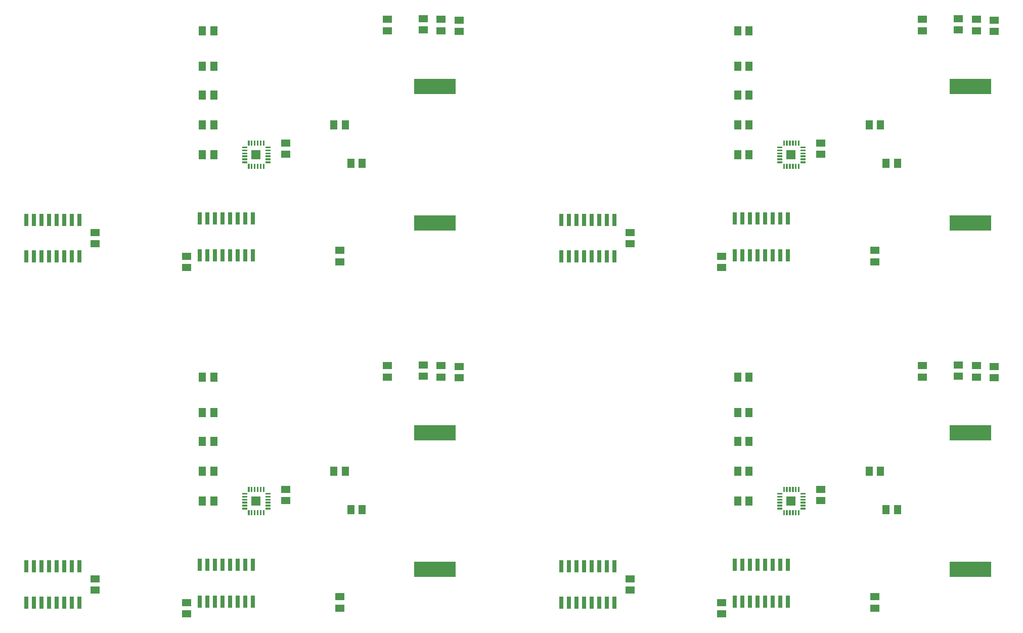
<source format=gbp>
%MOIN*%
%OFA0B0*%
%FSLAX34Y34*%
%IPPOS*%
%LPD*%
%AMOC8*
5,1,8,0,0,$1,22.5*%
%AMOC80*
5,1,8,0,0,$1,22.5*%
%AMOC81*
5,1,8,0,0,$1,22.5*%
%AMOC80*
5,1,8,0,0,$1,22.5*%
%AMOC81*
5,1,8,0,0,$1,22.5*%
%AMOC80*
5,1,8,0,0,$1,22.5*%
%ADD10R,0.064566929133858267X0.064566929133858267*%
%ADD11C,0.0025590551181102366*%
%ADD12R,0.051181102362204731X0.059055118110236227*%
%ADD13R,0.026000000000000002X0.08*%
%ADD14R,0.059055118110236227X0.051181102362204731*%
%ADD15R,0.27559055118110237X0.1*%
%ADD26R,0.064566929133858267X0.064566929133858267*%
%ADD27C,0.0025590551181102366*%
%ADD28R,0.051181102362204731X0.059055118110236227*%
%ADD29R,0.026000000000000002X0.08*%
%ADD30R,0.059055118110236227X0.051181102362204731*%
%ADD31R,0.27559055118110237X0.1*%
%ADD32R,0.064566929133858267X0.064566929133858267*%
%ADD33C,0.0025590551181102366*%
%ADD34R,0.051181102362204731X0.059055118110236227*%
%ADD35R,0.026000000000000002X0.08*%
%ADD36R,0.059055118110236227X0.051181102362204731*%
%ADD37R,0.27559055118110237X0.1*%
%ADD38R,0.064566929133858267X0.064566929133858267*%
%ADD39C,0.0025590551181102366*%
%ADD40R,0.051181102362204731X0.059055118110236227*%
%ADD41R,0.026000000000000002X0.08*%
%ADD42R,0.059055118110236227X0.051181102362204731*%
%ADD43R,0.27559055118110237X0.1*%
G75*
G01*
D10*
X0035275Y0003543D02*
X0051810Y0014173D03*
D11*
X0052341Y0013552D02*
X0052341Y0013258D01*
X0052264Y0013258D01*
X0052264Y0013552D01*
X0052341Y0013552D01*
X0052341Y0013283D02*
X0052264Y0013283D01*
X0052264Y0013307D02*
X0052341Y0013307D01*
X0052341Y0013331D02*
X0052264Y0013331D01*
X0052264Y0013356D02*
X0052341Y0013356D01*
X0052341Y0013380D02*
X0052264Y0013380D01*
X0052264Y0013404D02*
X0052341Y0013404D01*
X0052341Y0013428D02*
X0052264Y0013428D01*
X0052264Y0013453D02*
X0052341Y0013453D01*
X0052341Y0013477D02*
X0052264Y0013477D01*
X0052264Y0013501D02*
X0052341Y0013501D01*
X0052341Y0013526D02*
X0052264Y0013526D01*
X0052264Y0013550D02*
X0052341Y0013550D01*
X0052144Y0013552D02*
X0052144Y0013258D01*
X0052067Y0013258D01*
X0052067Y0013552D01*
X0052144Y0013552D01*
X0052144Y0013283D02*
X0052067Y0013283D01*
X0052067Y0013307D02*
X0052144Y0013307D01*
X0052144Y0013331D02*
X0052067Y0013331D01*
X0052067Y0013356D02*
X0052144Y0013356D01*
X0052144Y0013380D02*
X0052067Y0013380D01*
X0052067Y0013404D02*
X0052144Y0013404D01*
X0052144Y0013428D02*
X0052067Y0013428D01*
X0052067Y0013453D02*
X0052144Y0013453D01*
X0052144Y0013477D02*
X0052067Y0013477D01*
X0052067Y0013501D02*
X0052144Y0013501D01*
X0052144Y0013526D02*
X0052067Y0013526D01*
X0052067Y0013550D02*
X0052144Y0013550D01*
X0051947Y0013552D02*
X0051947Y0013258D01*
X0051871Y0013258D01*
X0051871Y0013552D01*
X0051947Y0013552D01*
X0051947Y0013283D02*
X0051871Y0013283D01*
X0051871Y0013307D02*
X0051947Y0013307D01*
X0051947Y0013331D02*
X0051871Y0013331D01*
X0051871Y0013356D02*
X0051947Y0013356D01*
X0051947Y0013380D02*
X0051871Y0013380D01*
X0051871Y0013404D02*
X0051947Y0013404D01*
X0051947Y0013428D02*
X0051871Y0013428D01*
X0051871Y0013453D02*
X0051947Y0013453D01*
X0051947Y0013477D02*
X0051871Y0013477D01*
X0051871Y0013501D02*
X0051947Y0013501D01*
X0051947Y0013526D02*
X0051871Y0013526D01*
X0051871Y0013550D02*
X0051947Y0013550D01*
X0051750Y0013552D02*
X0051750Y0013258D01*
X0051674Y0013258D01*
X0051674Y0013552D01*
X0051750Y0013552D01*
X0051750Y0013283D02*
X0051674Y0013283D01*
X0051674Y0013307D02*
X0051750Y0013307D01*
X0051750Y0013331D02*
X0051674Y0013331D01*
X0051674Y0013356D02*
X0051750Y0013356D01*
X0051750Y0013380D02*
X0051674Y0013380D01*
X0051674Y0013404D02*
X0051750Y0013404D01*
X0051750Y0013428D02*
X0051674Y0013428D01*
X0051674Y0013453D02*
X0051750Y0013453D01*
X0051750Y0013477D02*
X0051674Y0013477D01*
X0051674Y0013501D02*
X0051750Y0013501D01*
X0051750Y0013526D02*
X0051674Y0013526D01*
X0051674Y0013550D02*
X0051750Y0013550D01*
X0051554Y0013552D02*
X0051554Y0013258D01*
X0051477Y0013258D01*
X0051477Y0013552D01*
X0051554Y0013552D01*
X0051554Y0013283D02*
X0051477Y0013283D01*
X0051477Y0013307D02*
X0051554Y0013307D01*
X0051554Y0013331D02*
X0051477Y0013331D01*
X0051477Y0013356D02*
X0051554Y0013356D01*
X0051554Y0013380D02*
X0051477Y0013380D01*
X0051477Y0013404D02*
X0051554Y0013404D01*
X0051554Y0013428D02*
X0051477Y0013428D01*
X0051477Y0013453D02*
X0051554Y0013453D01*
X0051554Y0013477D02*
X0051477Y0013477D01*
X0051477Y0013501D02*
X0051554Y0013501D01*
X0051554Y0013526D02*
X0051477Y0013526D01*
X0051477Y0013550D02*
X0051554Y0013550D01*
X0051357Y0013552D02*
X0051357Y0013258D01*
X0051280Y0013258D01*
X0051280Y0013552D01*
X0051357Y0013552D01*
X0051357Y0013283D02*
X0051280Y0013283D01*
X0051280Y0013307D02*
X0051357Y0013307D01*
X0051357Y0013331D02*
X0051280Y0013331D01*
X0051280Y0013356D02*
X0051357Y0013356D01*
X0051357Y0013380D02*
X0051280Y0013380D01*
X0051280Y0013404D02*
X0051357Y0013404D01*
X0051357Y0013428D02*
X0051280Y0013428D01*
X0051280Y0013453D02*
X0051357Y0013453D01*
X0051357Y0013477D02*
X0051280Y0013477D01*
X0051280Y0013501D02*
X0051357Y0013501D01*
X0051357Y0013526D02*
X0051280Y0013526D01*
X0051280Y0013550D02*
X0051357Y0013550D01*
X0051357Y0014794D02*
X0051357Y0015087D01*
X0051357Y0014794D02*
X0051280Y0014794D01*
X0051280Y0015087D01*
X0051357Y0015087D01*
X0051357Y0014818D02*
X0051280Y0014818D01*
X0051280Y0014842D02*
X0051357Y0014842D01*
X0051357Y0014867D02*
X0051280Y0014867D01*
X0051280Y0014891D02*
X0051357Y0014891D01*
X0051357Y0014915D02*
X0051280Y0014915D01*
X0051280Y0014940D02*
X0051357Y0014940D01*
X0051357Y0014964D02*
X0051280Y0014964D01*
X0051280Y0014988D02*
X0051357Y0014988D01*
X0051357Y0015012D02*
X0051280Y0015012D01*
X0051280Y0015037D02*
X0051357Y0015037D01*
X0051357Y0015061D02*
X0051280Y0015061D01*
X0051280Y0015085D02*
X0051357Y0015085D01*
X0051554Y0015087D02*
X0051554Y0014794D01*
X0051477Y0014794D01*
X0051477Y0015087D01*
X0051554Y0015087D01*
X0051554Y0014818D02*
X0051477Y0014818D01*
X0051477Y0014842D02*
X0051554Y0014842D01*
X0051554Y0014867D02*
X0051477Y0014867D01*
X0051477Y0014891D02*
X0051554Y0014891D01*
X0051554Y0014915D02*
X0051477Y0014915D01*
X0051477Y0014940D02*
X0051554Y0014940D01*
X0051554Y0014964D02*
X0051477Y0014964D01*
X0051477Y0014988D02*
X0051554Y0014988D01*
X0051554Y0015012D02*
X0051477Y0015012D01*
X0051477Y0015037D02*
X0051554Y0015037D01*
X0051554Y0015061D02*
X0051477Y0015061D01*
X0051477Y0015085D02*
X0051554Y0015085D01*
X0051750Y0015087D02*
X0051750Y0014794D01*
X0051674Y0014794D01*
X0051674Y0015087D01*
X0051750Y0015087D01*
X0051750Y0014818D02*
X0051674Y0014818D01*
X0051674Y0014842D02*
X0051750Y0014842D01*
X0051750Y0014867D02*
X0051674Y0014867D01*
X0051674Y0014891D02*
X0051750Y0014891D01*
X0051750Y0014915D02*
X0051674Y0014915D01*
X0051674Y0014940D02*
X0051750Y0014940D01*
X0051750Y0014964D02*
X0051674Y0014964D01*
X0051674Y0014988D02*
X0051750Y0014988D01*
X0051750Y0015012D02*
X0051674Y0015012D01*
X0051674Y0015037D02*
X0051750Y0015037D01*
X0051750Y0015061D02*
X0051674Y0015061D01*
X0051674Y0015085D02*
X0051750Y0015085D01*
X0051947Y0015087D02*
X0051947Y0014794D01*
X0051871Y0014794D01*
X0051871Y0015087D01*
X0051947Y0015087D01*
X0051947Y0014818D02*
X0051871Y0014818D01*
X0051871Y0014842D02*
X0051947Y0014842D01*
X0051947Y0014867D02*
X0051871Y0014867D01*
X0051871Y0014891D02*
X0051947Y0014891D01*
X0051947Y0014915D02*
X0051871Y0014915D01*
X0051871Y0014940D02*
X0051947Y0014940D01*
X0051947Y0014964D02*
X0051871Y0014964D01*
X0051871Y0014988D02*
X0051947Y0014988D01*
X0051947Y0015012D02*
X0051871Y0015012D01*
X0051871Y0015037D02*
X0051947Y0015037D01*
X0051947Y0015061D02*
X0051871Y0015061D01*
X0051871Y0015085D02*
X0051947Y0015085D01*
X0052144Y0015087D02*
X0052144Y0014794D01*
X0052067Y0014794D01*
X0052067Y0015087D01*
X0052144Y0015087D01*
X0052144Y0014818D02*
X0052067Y0014818D01*
X0052067Y0014842D02*
X0052144Y0014842D01*
X0052144Y0014867D02*
X0052067Y0014867D01*
X0052067Y0014891D02*
X0052144Y0014891D01*
X0052144Y0014915D02*
X0052067Y0014915D01*
X0052067Y0014940D02*
X0052144Y0014940D01*
X0052144Y0014964D02*
X0052067Y0014964D01*
X0052067Y0014988D02*
X0052144Y0014988D01*
X0052144Y0015012D02*
X0052067Y0015012D01*
X0052067Y0015037D02*
X0052144Y0015037D01*
X0052144Y0015061D02*
X0052067Y0015061D01*
X0052067Y0015085D02*
X0052144Y0015085D01*
X0052341Y0015087D02*
X0052341Y0014794D01*
X0052264Y0014794D01*
X0052264Y0015087D01*
X0052341Y0015087D01*
X0052341Y0014818D02*
X0052264Y0014818D01*
X0052264Y0014842D02*
X0052341Y0014842D01*
X0052341Y0014867D02*
X0052264Y0014867D01*
X0052264Y0014891D02*
X0052341Y0014891D01*
X0052341Y0014915D02*
X0052264Y0014915D01*
X0052264Y0014940D02*
X0052341Y0014940D01*
X0052341Y0014964D02*
X0052264Y0014964D01*
X0052264Y0014988D02*
X0052341Y0014988D01*
X0052341Y0015012D02*
X0052264Y0015012D01*
X0052264Y0015037D02*
X0052341Y0015037D01*
X0052341Y0015061D02*
X0052264Y0015061D01*
X0052264Y0015085D02*
X0052341Y0015085D01*
X0052432Y0014703D02*
X0052725Y0014703D01*
X0052725Y0014626D01*
X0052432Y0014626D01*
X0052432Y0014703D01*
X0052432Y0014651D02*
X0052725Y0014651D01*
X0052725Y0014675D02*
X0052432Y0014675D01*
X0052432Y0014699D02*
X0052725Y0014699D01*
X0052725Y0014506D02*
X0052432Y0014506D01*
X0052725Y0014506D02*
X0052725Y0014430D01*
X0052432Y0014430D01*
X0052432Y0014506D01*
X0052432Y0014454D02*
X0052725Y0014454D01*
X0052725Y0014478D02*
X0052432Y0014478D01*
X0052432Y0014502D02*
X0052725Y0014502D01*
X0052725Y0014310D02*
X0052432Y0014310D01*
X0052725Y0014310D02*
X0052725Y0014233D01*
X0052432Y0014233D01*
X0052432Y0014310D01*
X0052432Y0014257D02*
X0052725Y0014257D01*
X0052725Y0014281D02*
X0052432Y0014281D01*
X0052432Y0014306D02*
X0052725Y0014306D01*
X0052725Y0014113D02*
X0052432Y0014113D01*
X0052725Y0014113D02*
X0052725Y0014036D01*
X0052432Y0014036D01*
X0052432Y0014113D01*
X0052432Y0014060D02*
X0052725Y0014060D01*
X0052725Y0014085D02*
X0052432Y0014085D01*
X0052432Y0014109D02*
X0052725Y0014109D01*
X0052725Y0013916D02*
X0052432Y0013916D01*
X0052725Y0013916D02*
X0052725Y0013839D01*
X0052432Y0013839D01*
X0052432Y0013916D01*
X0052432Y0013863D02*
X0052725Y0013863D01*
X0052725Y0013888D02*
X0052432Y0013888D01*
X0052432Y0013912D02*
X0052725Y0013912D01*
X0052725Y0013719D02*
X0052432Y0013719D01*
X0052725Y0013719D02*
X0052725Y0013642D01*
X0052432Y0013642D01*
X0052432Y0013719D01*
X0052432Y0013667D02*
X0052725Y0013667D01*
X0052725Y0013691D02*
X0052432Y0013691D01*
X0052432Y0013715D02*
X0052725Y0013715D01*
X0051189Y0013719D02*
X0050896Y0013719D01*
X0051189Y0013719D02*
X0051189Y0013642D01*
X0050896Y0013642D01*
X0050896Y0013719D01*
X0050896Y0013667D02*
X0051189Y0013667D01*
X0051189Y0013691D02*
X0050896Y0013691D01*
X0050896Y0013715D02*
X0051189Y0013715D01*
X0051189Y0013916D02*
X0050896Y0013916D01*
X0051189Y0013916D02*
X0051189Y0013839D01*
X0050896Y0013839D01*
X0050896Y0013916D01*
X0050896Y0013863D02*
X0051189Y0013863D01*
X0051189Y0013888D02*
X0050896Y0013888D01*
X0050896Y0013912D02*
X0051189Y0013912D01*
X0051189Y0014113D02*
X0050896Y0014113D01*
X0051189Y0014113D02*
X0051189Y0014036D01*
X0050896Y0014036D01*
X0050896Y0014113D01*
X0050896Y0014060D02*
X0051189Y0014060D01*
X0051189Y0014085D02*
X0050896Y0014085D01*
X0050896Y0014109D02*
X0051189Y0014109D01*
X0051189Y0014310D02*
X0050896Y0014310D01*
X0051189Y0014310D02*
X0051189Y0014233D01*
X0050896Y0014233D01*
X0050896Y0014310D01*
X0050896Y0014257D02*
X0051189Y0014257D01*
X0051189Y0014281D02*
X0050896Y0014281D01*
X0050896Y0014306D02*
X0051189Y0014306D01*
X0051189Y0014506D02*
X0050896Y0014506D01*
X0051189Y0014506D02*
X0051189Y0014430D01*
X0050896Y0014430D01*
X0050896Y0014506D01*
X0050896Y0014454D02*
X0051189Y0014454D01*
X0051189Y0014478D02*
X0050896Y0014478D01*
X0050896Y0014502D02*
X0051189Y0014502D01*
X0051189Y0014703D02*
X0050896Y0014703D01*
X0051189Y0014703D02*
X0051189Y0014626D01*
X0050896Y0014626D01*
X0050896Y0014703D01*
X0050896Y0014651D02*
X0051189Y0014651D01*
X0051189Y0014675D02*
X0050896Y0014675D01*
X0050896Y0014699D02*
X0051189Y0014699D01*
D12*
X0049035Y0022342D03*
X0048287Y0022342D03*
X0049035Y0019980D03*
X0048287Y0019980D03*
X0049035Y0018110D03*
X0048287Y0018110D03*
X0049035Y0016141D03*
X0048287Y0016141D03*
X0049035Y0014173D03*
X0048287Y0014173D03*
D13*
X0048092Y0009950D03*
X0048092Y0007530D03*
X0048592Y0009950D03*
X0049092Y0009950D03*
X0048592Y0007530D03*
X0049092Y0007530D03*
X0049592Y0009950D03*
X0049592Y0007530D03*
X0050092Y0009950D03*
X0050092Y0007530D03*
X0050592Y0009950D03*
X0051092Y0009950D03*
X0050592Y0007530D03*
X0051092Y0007530D03*
X0051592Y0009950D03*
X0051592Y0007530D03*
X0036675Y0009871D03*
X0036675Y0007451D03*
X0037175Y0009871D03*
X0037675Y0009871D03*
X0037175Y0007451D03*
X0037675Y0007451D03*
X0038175Y0009871D03*
X0038175Y0007451D03*
X0038675Y0009871D03*
X0038675Y0007451D03*
X0039175Y0009871D03*
X0039675Y0009871D03*
X0039175Y0007451D03*
X0039675Y0007451D03*
X0040175Y0009871D03*
X0040175Y0007451D03*
D12*
X0057696Y0016141D03*
X0056948Y0016141D03*
X0058065Y0013609D03*
X0058813Y0013609D03*
D14*
X0057322Y0007106D03*
X0057322Y0007854D03*
X0060472Y0022342D03*
X0060472Y0023090D03*
D15*
X0063622Y0018673D03*
X0063622Y0009673D03*
D14*
X0064015Y0022342D03*
X0064015Y0023090D03*
X0062834Y0022381D03*
X0062834Y0023129D03*
X0065208Y0022289D03*
X0065208Y0023037D03*
X0041206Y0008284D03*
X0041206Y0009032D03*
X0047244Y0007460D03*
X0047244Y0006712D03*
X0053779Y0014192D03*
X0053779Y0014940D03*
G04 next file*
G04 EAGLE Gerber RS-274X export*
G75*
G01*
G04 Define Apertures*
D26*
X0000000Y0003543D02*
X0016535Y0014173D03*
D27*
X0017065Y0013552D02*
X0017065Y0013258D01*
X0016989Y0013258D01*
X0016989Y0013552D01*
X0017065Y0013552D01*
X0017065Y0013283D02*
X0016989Y0013283D01*
X0016989Y0013307D02*
X0017065Y0013307D01*
X0017065Y0013331D02*
X0016989Y0013331D01*
X0016989Y0013356D02*
X0017065Y0013356D01*
X0017065Y0013380D02*
X0016989Y0013380D01*
X0016989Y0013404D02*
X0017065Y0013404D01*
X0017065Y0013428D02*
X0016989Y0013428D01*
X0016989Y0013453D02*
X0017065Y0013453D01*
X0017065Y0013477D02*
X0016989Y0013477D01*
X0016989Y0013501D02*
X0017065Y0013501D01*
X0017065Y0013526D02*
X0016989Y0013526D01*
X0016989Y0013550D02*
X0017065Y0013550D01*
X0016869Y0013552D02*
X0016869Y0013258D01*
X0016792Y0013258D01*
X0016792Y0013552D01*
X0016869Y0013552D01*
X0016869Y0013283D02*
X0016792Y0013283D01*
X0016792Y0013307D02*
X0016869Y0013307D01*
X0016869Y0013331D02*
X0016792Y0013331D01*
X0016792Y0013356D02*
X0016869Y0013356D01*
X0016869Y0013380D02*
X0016792Y0013380D01*
X0016792Y0013404D02*
X0016869Y0013404D01*
X0016869Y0013428D02*
X0016792Y0013428D01*
X0016792Y0013453D02*
X0016869Y0013453D01*
X0016869Y0013477D02*
X0016792Y0013477D01*
X0016792Y0013501D02*
X0016869Y0013501D01*
X0016869Y0013526D02*
X0016792Y0013526D01*
X0016792Y0013550D02*
X0016869Y0013550D01*
X0016672Y0013552D02*
X0016672Y0013258D01*
X0016595Y0013258D01*
X0016595Y0013552D01*
X0016672Y0013552D01*
X0016672Y0013283D02*
X0016595Y0013283D01*
X0016595Y0013307D02*
X0016672Y0013307D01*
X0016672Y0013331D02*
X0016595Y0013331D01*
X0016595Y0013356D02*
X0016672Y0013356D01*
X0016672Y0013380D02*
X0016595Y0013380D01*
X0016595Y0013404D02*
X0016672Y0013404D01*
X0016672Y0013428D02*
X0016595Y0013428D01*
X0016595Y0013453D02*
X0016672Y0013453D01*
X0016672Y0013477D02*
X0016595Y0013477D01*
X0016595Y0013501D02*
X0016672Y0013501D01*
X0016672Y0013526D02*
X0016595Y0013526D01*
X0016595Y0013550D02*
X0016672Y0013550D01*
X0016475Y0013552D02*
X0016475Y0013258D01*
X0016398Y0013258D01*
X0016398Y0013552D01*
X0016475Y0013552D01*
X0016475Y0013283D02*
X0016398Y0013283D01*
X0016398Y0013307D02*
X0016475Y0013307D01*
X0016475Y0013331D02*
X0016398Y0013331D01*
X0016398Y0013356D02*
X0016475Y0013356D01*
X0016475Y0013380D02*
X0016398Y0013380D01*
X0016398Y0013404D02*
X0016475Y0013404D01*
X0016475Y0013428D02*
X0016398Y0013428D01*
X0016398Y0013453D02*
X0016475Y0013453D01*
X0016475Y0013477D02*
X0016398Y0013477D01*
X0016398Y0013501D02*
X0016475Y0013501D01*
X0016475Y0013526D02*
X0016398Y0013526D01*
X0016398Y0013550D02*
X0016475Y0013550D01*
X0016278Y0013552D02*
X0016278Y0013258D01*
X0016201Y0013258D01*
X0016201Y0013552D01*
X0016278Y0013552D01*
X0016278Y0013283D02*
X0016201Y0013283D01*
X0016201Y0013307D02*
X0016278Y0013307D01*
X0016278Y0013331D02*
X0016201Y0013331D01*
X0016201Y0013356D02*
X0016278Y0013356D01*
X0016278Y0013380D02*
X0016201Y0013380D01*
X0016201Y0013404D02*
X0016278Y0013404D01*
X0016278Y0013428D02*
X0016201Y0013428D01*
X0016201Y0013453D02*
X0016278Y0013453D01*
X0016278Y0013477D02*
X0016201Y0013477D01*
X0016201Y0013501D02*
X0016278Y0013501D01*
X0016278Y0013526D02*
X0016201Y0013526D01*
X0016201Y0013550D02*
X0016278Y0013550D01*
X0016081Y0013552D02*
X0016081Y0013258D01*
X0016004Y0013258D01*
X0016004Y0013552D01*
X0016081Y0013552D01*
X0016081Y0013283D02*
X0016004Y0013283D01*
X0016004Y0013307D02*
X0016081Y0013307D01*
X0016081Y0013331D02*
X0016004Y0013331D01*
X0016004Y0013356D02*
X0016081Y0013356D01*
X0016081Y0013380D02*
X0016004Y0013380D01*
X0016004Y0013404D02*
X0016081Y0013404D01*
X0016081Y0013428D02*
X0016004Y0013428D01*
X0016004Y0013453D02*
X0016081Y0013453D01*
X0016081Y0013477D02*
X0016004Y0013477D01*
X0016004Y0013501D02*
X0016081Y0013501D01*
X0016081Y0013526D02*
X0016004Y0013526D01*
X0016004Y0013550D02*
X0016081Y0013550D01*
X0016081Y0014794D02*
X0016081Y0015087D01*
X0016081Y0014794D02*
X0016004Y0014794D01*
X0016004Y0015087D01*
X0016081Y0015087D01*
X0016081Y0014818D02*
X0016004Y0014818D01*
X0016004Y0014842D02*
X0016081Y0014842D01*
X0016081Y0014867D02*
X0016004Y0014867D01*
X0016004Y0014891D02*
X0016081Y0014891D01*
X0016081Y0014915D02*
X0016004Y0014915D01*
X0016004Y0014940D02*
X0016081Y0014940D01*
X0016081Y0014964D02*
X0016004Y0014964D01*
X0016004Y0014988D02*
X0016081Y0014988D01*
X0016081Y0015012D02*
X0016004Y0015012D01*
X0016004Y0015037D02*
X0016081Y0015037D01*
X0016081Y0015061D02*
X0016004Y0015061D01*
X0016004Y0015085D02*
X0016081Y0015085D01*
X0016278Y0015087D02*
X0016278Y0014794D01*
X0016201Y0014794D01*
X0016201Y0015087D01*
X0016278Y0015087D01*
X0016278Y0014818D02*
X0016201Y0014818D01*
X0016201Y0014842D02*
X0016278Y0014842D01*
X0016278Y0014867D02*
X0016201Y0014867D01*
X0016201Y0014891D02*
X0016278Y0014891D01*
X0016278Y0014915D02*
X0016201Y0014915D01*
X0016201Y0014940D02*
X0016278Y0014940D01*
X0016278Y0014964D02*
X0016201Y0014964D01*
X0016201Y0014988D02*
X0016278Y0014988D01*
X0016278Y0015012D02*
X0016201Y0015012D01*
X0016201Y0015037D02*
X0016278Y0015037D01*
X0016278Y0015061D02*
X0016201Y0015061D01*
X0016201Y0015085D02*
X0016278Y0015085D01*
X0016475Y0015087D02*
X0016475Y0014794D01*
X0016398Y0014794D01*
X0016398Y0015087D01*
X0016475Y0015087D01*
X0016475Y0014818D02*
X0016398Y0014818D01*
X0016398Y0014842D02*
X0016475Y0014842D01*
X0016475Y0014867D02*
X0016398Y0014867D01*
X0016398Y0014891D02*
X0016475Y0014891D01*
X0016475Y0014915D02*
X0016398Y0014915D01*
X0016398Y0014940D02*
X0016475Y0014940D01*
X0016475Y0014964D02*
X0016398Y0014964D01*
X0016398Y0014988D02*
X0016475Y0014988D01*
X0016475Y0015012D02*
X0016398Y0015012D01*
X0016398Y0015037D02*
X0016475Y0015037D01*
X0016475Y0015061D02*
X0016398Y0015061D01*
X0016398Y0015085D02*
X0016475Y0015085D01*
X0016672Y0015087D02*
X0016672Y0014794D01*
X0016595Y0014794D01*
X0016595Y0015087D01*
X0016672Y0015087D01*
X0016672Y0014818D02*
X0016595Y0014818D01*
X0016595Y0014842D02*
X0016672Y0014842D01*
X0016672Y0014867D02*
X0016595Y0014867D01*
X0016595Y0014891D02*
X0016672Y0014891D01*
X0016672Y0014915D02*
X0016595Y0014915D01*
X0016595Y0014940D02*
X0016672Y0014940D01*
X0016672Y0014964D02*
X0016595Y0014964D01*
X0016595Y0014988D02*
X0016672Y0014988D01*
X0016672Y0015012D02*
X0016595Y0015012D01*
X0016595Y0015037D02*
X0016672Y0015037D01*
X0016672Y0015061D02*
X0016595Y0015061D01*
X0016595Y0015085D02*
X0016672Y0015085D01*
X0016869Y0015087D02*
X0016869Y0014794D01*
X0016792Y0014794D01*
X0016792Y0015087D01*
X0016869Y0015087D01*
X0016869Y0014818D02*
X0016792Y0014818D01*
X0016792Y0014842D02*
X0016869Y0014842D01*
X0016869Y0014867D02*
X0016792Y0014867D01*
X0016792Y0014891D02*
X0016869Y0014891D01*
X0016869Y0014915D02*
X0016792Y0014915D01*
X0016792Y0014940D02*
X0016869Y0014940D01*
X0016869Y0014964D02*
X0016792Y0014964D01*
X0016792Y0014988D02*
X0016869Y0014988D01*
X0016869Y0015012D02*
X0016792Y0015012D01*
X0016792Y0015037D02*
X0016869Y0015037D01*
X0016869Y0015061D02*
X0016792Y0015061D01*
X0016792Y0015085D02*
X0016869Y0015085D01*
X0017065Y0015087D02*
X0017065Y0014794D01*
X0016989Y0014794D01*
X0016989Y0015087D01*
X0017065Y0015087D01*
X0017065Y0014818D02*
X0016989Y0014818D01*
X0016989Y0014842D02*
X0017065Y0014842D01*
X0017065Y0014867D02*
X0016989Y0014867D01*
X0016989Y0014891D02*
X0017065Y0014891D01*
X0017065Y0014915D02*
X0016989Y0014915D01*
X0016989Y0014940D02*
X0017065Y0014940D01*
X0017065Y0014964D02*
X0016989Y0014964D01*
X0016989Y0014988D02*
X0017065Y0014988D01*
X0017065Y0015012D02*
X0016989Y0015012D01*
X0016989Y0015037D02*
X0017065Y0015037D01*
X0017065Y0015061D02*
X0016989Y0015061D01*
X0016989Y0015085D02*
X0017065Y0015085D01*
X0017156Y0014703D02*
X0017449Y0014703D01*
X0017449Y0014626D01*
X0017156Y0014626D01*
X0017156Y0014703D01*
X0017156Y0014651D02*
X0017449Y0014651D01*
X0017449Y0014675D02*
X0017156Y0014675D01*
X0017156Y0014699D02*
X0017449Y0014699D01*
X0017449Y0014506D02*
X0017156Y0014506D01*
X0017449Y0014506D02*
X0017449Y0014430D01*
X0017156Y0014430D01*
X0017156Y0014506D01*
X0017156Y0014454D02*
X0017449Y0014454D01*
X0017449Y0014478D02*
X0017156Y0014478D01*
X0017156Y0014502D02*
X0017449Y0014502D01*
X0017449Y0014310D02*
X0017156Y0014310D01*
X0017449Y0014310D02*
X0017449Y0014233D01*
X0017156Y0014233D01*
X0017156Y0014310D01*
X0017156Y0014257D02*
X0017449Y0014257D01*
X0017449Y0014281D02*
X0017156Y0014281D01*
X0017156Y0014306D02*
X0017449Y0014306D01*
X0017449Y0014113D02*
X0017156Y0014113D01*
X0017449Y0014113D02*
X0017449Y0014036D01*
X0017156Y0014036D01*
X0017156Y0014113D01*
X0017156Y0014060D02*
X0017449Y0014060D01*
X0017449Y0014085D02*
X0017156Y0014085D01*
X0017156Y0014109D02*
X0017449Y0014109D01*
X0017449Y0013916D02*
X0017156Y0013916D01*
X0017449Y0013916D02*
X0017449Y0013839D01*
X0017156Y0013839D01*
X0017156Y0013916D01*
X0017156Y0013863D02*
X0017449Y0013863D01*
X0017449Y0013888D02*
X0017156Y0013888D01*
X0017156Y0013912D02*
X0017449Y0013912D01*
X0017449Y0013719D02*
X0017156Y0013719D01*
X0017449Y0013719D02*
X0017449Y0013642D01*
X0017156Y0013642D01*
X0017156Y0013719D01*
X0017156Y0013667D02*
X0017449Y0013667D01*
X0017449Y0013691D02*
X0017156Y0013691D01*
X0017156Y0013715D02*
X0017449Y0013715D01*
X0015914Y0013719D02*
X0015621Y0013719D01*
X0015914Y0013719D02*
X0015914Y0013642D01*
X0015621Y0013642D01*
X0015621Y0013719D01*
X0015621Y0013667D02*
X0015914Y0013667D01*
X0015914Y0013691D02*
X0015621Y0013691D01*
X0015621Y0013715D02*
X0015914Y0013715D01*
X0015914Y0013916D02*
X0015621Y0013916D01*
X0015914Y0013916D02*
X0015914Y0013839D01*
X0015621Y0013839D01*
X0015621Y0013916D01*
X0015621Y0013863D02*
X0015914Y0013863D01*
X0015914Y0013888D02*
X0015621Y0013888D01*
X0015621Y0013912D02*
X0015914Y0013912D01*
X0015914Y0014113D02*
X0015621Y0014113D01*
X0015914Y0014113D02*
X0015914Y0014036D01*
X0015621Y0014036D01*
X0015621Y0014113D01*
X0015621Y0014060D02*
X0015914Y0014060D01*
X0015914Y0014085D02*
X0015621Y0014085D01*
X0015621Y0014109D02*
X0015914Y0014109D01*
X0015914Y0014310D02*
X0015621Y0014310D01*
X0015914Y0014310D02*
X0015914Y0014233D01*
X0015621Y0014233D01*
X0015621Y0014310D01*
X0015621Y0014257D02*
X0015914Y0014257D01*
X0015914Y0014281D02*
X0015621Y0014281D01*
X0015621Y0014306D02*
X0015914Y0014306D01*
X0015914Y0014506D02*
X0015621Y0014506D01*
X0015914Y0014506D02*
X0015914Y0014430D01*
X0015621Y0014430D01*
X0015621Y0014506D01*
X0015621Y0014454D02*
X0015914Y0014454D01*
X0015914Y0014478D02*
X0015621Y0014478D01*
X0015621Y0014502D02*
X0015914Y0014502D01*
X0015914Y0014703D02*
X0015621Y0014703D01*
X0015914Y0014703D02*
X0015914Y0014626D01*
X0015621Y0014626D01*
X0015621Y0014703D01*
X0015621Y0014651D02*
X0015914Y0014651D01*
X0015914Y0014675D02*
X0015621Y0014675D01*
X0015621Y0014699D02*
X0015914Y0014699D01*
D28*
X0013759Y0022342D03*
X0013011Y0022342D03*
X0013759Y0019980D03*
X0013011Y0019980D03*
X0013759Y0018110D03*
X0013011Y0018110D03*
X0013759Y0016141D03*
X0013011Y0016141D03*
X0013759Y0014173D03*
X0013011Y0014173D03*
D29*
X0012816Y0009950D03*
X0012816Y0007530D03*
X0013316Y0009950D03*
X0013816Y0009950D03*
X0013316Y0007530D03*
X0013816Y0007530D03*
X0014316Y0009950D03*
X0014316Y0007530D03*
X0014816Y0009950D03*
X0014816Y0007530D03*
X0015316Y0009950D03*
X0015816Y0009950D03*
X0015316Y0007530D03*
X0015816Y0007530D03*
X0016316Y0009950D03*
X0016316Y0007530D03*
X0001399Y0009871D03*
X0001399Y0007451D03*
X0001899Y0009871D03*
X0002399Y0009871D03*
X0001899Y0007451D03*
X0002399Y0007451D03*
X0002899Y0009871D03*
X0002899Y0007451D03*
X0003399Y0009871D03*
X0003399Y0007451D03*
X0003899Y0009871D03*
X0004399Y0009871D03*
X0003899Y0007451D03*
X0004399Y0007451D03*
X0004899Y0009871D03*
X0004899Y0007451D03*
D28*
X0022421Y0016141D03*
X0021673Y0016141D03*
X0022789Y0013609D03*
X0023537Y0013609D03*
D30*
X0022047Y0007106D03*
X0022047Y0007854D03*
X0025196Y0022342D03*
X0025196Y0023090D03*
D31*
X0028346Y0018673D03*
X0028346Y0009673D03*
D30*
X0028740Y0022342D03*
X0028740Y0023090D03*
X0027559Y0022381D03*
X0027559Y0023129D03*
X0029932Y0022289D03*
X0029932Y0023037D03*
X0005930Y0008284D03*
X0005930Y0009032D03*
X0011968Y0007460D03*
X0011968Y0006712D03*
X0018503Y0014192D03*
X0018503Y0014940D03*
G04 next file*
G04 EAGLE Gerber RS-274X export*
G75*
G01*
G04 Define Apertures*
D32*
X0000000Y0026377D02*
X0016535Y0037007D03*
D33*
X0017065Y0036386D02*
X0017065Y0036093D01*
X0016989Y0036093D01*
X0016989Y0036386D01*
X0017065Y0036386D01*
X0017065Y0036117D02*
X0016989Y0036117D01*
X0016989Y0036142D02*
X0017065Y0036142D01*
X0017065Y0036166D02*
X0016989Y0036166D01*
X0016989Y0036190D02*
X0017065Y0036190D01*
X0017065Y0036214D02*
X0016989Y0036214D01*
X0016989Y0036239D02*
X0017065Y0036239D01*
X0017065Y0036263D02*
X0016989Y0036263D01*
X0016989Y0036287D02*
X0017065Y0036287D01*
X0017065Y0036312D02*
X0016989Y0036312D01*
X0016989Y0036336D02*
X0017065Y0036336D01*
X0017065Y0036360D02*
X0016989Y0036360D01*
X0016989Y0036385D02*
X0017065Y0036385D01*
X0016869Y0036386D02*
X0016869Y0036093D01*
X0016792Y0036093D01*
X0016792Y0036386D01*
X0016869Y0036386D01*
X0016869Y0036117D02*
X0016792Y0036117D01*
X0016792Y0036142D02*
X0016869Y0036142D01*
X0016869Y0036166D02*
X0016792Y0036166D01*
X0016792Y0036190D02*
X0016869Y0036190D01*
X0016869Y0036214D02*
X0016792Y0036214D01*
X0016792Y0036239D02*
X0016869Y0036239D01*
X0016869Y0036263D02*
X0016792Y0036263D01*
X0016792Y0036287D02*
X0016869Y0036287D01*
X0016869Y0036312D02*
X0016792Y0036312D01*
X0016792Y0036336D02*
X0016869Y0036336D01*
X0016869Y0036360D02*
X0016792Y0036360D01*
X0016792Y0036385D02*
X0016869Y0036385D01*
X0016672Y0036386D02*
X0016672Y0036093D01*
X0016595Y0036093D01*
X0016595Y0036386D01*
X0016672Y0036386D01*
X0016672Y0036117D02*
X0016595Y0036117D01*
X0016595Y0036142D02*
X0016672Y0036142D01*
X0016672Y0036166D02*
X0016595Y0036166D01*
X0016595Y0036190D02*
X0016672Y0036190D01*
X0016672Y0036214D02*
X0016595Y0036214D01*
X0016595Y0036239D02*
X0016672Y0036239D01*
X0016672Y0036263D02*
X0016595Y0036263D01*
X0016595Y0036287D02*
X0016672Y0036287D01*
X0016672Y0036312D02*
X0016595Y0036312D01*
X0016595Y0036336D02*
X0016672Y0036336D01*
X0016672Y0036360D02*
X0016595Y0036360D01*
X0016595Y0036385D02*
X0016672Y0036385D01*
X0016475Y0036386D02*
X0016475Y0036093D01*
X0016398Y0036093D01*
X0016398Y0036386D01*
X0016475Y0036386D01*
X0016475Y0036117D02*
X0016398Y0036117D01*
X0016398Y0036142D02*
X0016475Y0036142D01*
X0016475Y0036166D02*
X0016398Y0036166D01*
X0016398Y0036190D02*
X0016475Y0036190D01*
X0016475Y0036214D02*
X0016398Y0036214D01*
X0016398Y0036239D02*
X0016475Y0036239D01*
X0016475Y0036263D02*
X0016398Y0036263D01*
X0016398Y0036287D02*
X0016475Y0036287D01*
X0016475Y0036312D02*
X0016398Y0036312D01*
X0016398Y0036336D02*
X0016475Y0036336D01*
X0016475Y0036360D02*
X0016398Y0036360D01*
X0016398Y0036385D02*
X0016475Y0036385D01*
X0016278Y0036386D02*
X0016278Y0036093D01*
X0016201Y0036093D01*
X0016201Y0036386D01*
X0016278Y0036386D01*
X0016278Y0036117D02*
X0016201Y0036117D01*
X0016201Y0036142D02*
X0016278Y0036142D01*
X0016278Y0036166D02*
X0016201Y0036166D01*
X0016201Y0036190D02*
X0016278Y0036190D01*
X0016278Y0036214D02*
X0016201Y0036214D01*
X0016201Y0036239D02*
X0016278Y0036239D01*
X0016278Y0036263D02*
X0016201Y0036263D01*
X0016201Y0036287D02*
X0016278Y0036287D01*
X0016278Y0036312D02*
X0016201Y0036312D01*
X0016201Y0036336D02*
X0016278Y0036336D01*
X0016278Y0036360D02*
X0016201Y0036360D01*
X0016201Y0036385D02*
X0016278Y0036385D01*
X0016081Y0036386D02*
X0016081Y0036093D01*
X0016004Y0036093D01*
X0016004Y0036386D01*
X0016081Y0036386D01*
X0016081Y0036117D02*
X0016004Y0036117D01*
X0016004Y0036142D02*
X0016081Y0036142D01*
X0016081Y0036166D02*
X0016004Y0036166D01*
X0016004Y0036190D02*
X0016081Y0036190D01*
X0016081Y0036214D02*
X0016004Y0036214D01*
X0016004Y0036239D02*
X0016081Y0036239D01*
X0016081Y0036263D02*
X0016004Y0036263D01*
X0016004Y0036287D02*
X0016081Y0036287D01*
X0016081Y0036312D02*
X0016004Y0036312D01*
X0016004Y0036336D02*
X0016081Y0036336D01*
X0016081Y0036360D02*
X0016004Y0036360D01*
X0016004Y0036385D02*
X0016081Y0036385D01*
X0016081Y0037628D02*
X0016081Y0037922D01*
X0016081Y0037628D02*
X0016004Y0037628D01*
X0016004Y0037922D01*
X0016081Y0037922D01*
X0016081Y0037653D02*
X0016004Y0037653D01*
X0016004Y0037677D02*
X0016081Y0037677D01*
X0016081Y0037701D02*
X0016004Y0037701D01*
X0016004Y0037726D02*
X0016081Y0037726D01*
X0016081Y0037750D02*
X0016004Y0037750D01*
X0016004Y0037774D02*
X0016081Y0037774D01*
X0016081Y0037798D02*
X0016004Y0037798D01*
X0016004Y0037823D02*
X0016081Y0037823D01*
X0016081Y0037847D02*
X0016004Y0037847D01*
X0016004Y0037871D02*
X0016081Y0037871D01*
X0016081Y0037896D02*
X0016004Y0037896D01*
X0016004Y0037920D02*
X0016081Y0037920D01*
X0016278Y0037922D02*
X0016278Y0037628D01*
X0016201Y0037628D01*
X0016201Y0037922D01*
X0016278Y0037922D01*
X0016278Y0037653D02*
X0016201Y0037653D01*
X0016201Y0037677D02*
X0016278Y0037677D01*
X0016278Y0037701D02*
X0016201Y0037701D01*
X0016201Y0037726D02*
X0016278Y0037726D01*
X0016278Y0037750D02*
X0016201Y0037750D01*
X0016201Y0037774D02*
X0016278Y0037774D01*
X0016278Y0037798D02*
X0016201Y0037798D01*
X0016201Y0037823D02*
X0016278Y0037823D01*
X0016278Y0037847D02*
X0016201Y0037847D01*
X0016201Y0037871D02*
X0016278Y0037871D01*
X0016278Y0037896D02*
X0016201Y0037896D01*
X0016201Y0037920D02*
X0016278Y0037920D01*
X0016475Y0037922D02*
X0016475Y0037628D01*
X0016398Y0037628D01*
X0016398Y0037922D01*
X0016475Y0037922D01*
X0016475Y0037653D02*
X0016398Y0037653D01*
X0016398Y0037677D02*
X0016475Y0037677D01*
X0016475Y0037701D02*
X0016398Y0037701D01*
X0016398Y0037726D02*
X0016475Y0037726D01*
X0016475Y0037750D02*
X0016398Y0037750D01*
X0016398Y0037774D02*
X0016475Y0037774D01*
X0016475Y0037798D02*
X0016398Y0037798D01*
X0016398Y0037823D02*
X0016475Y0037823D01*
X0016475Y0037847D02*
X0016398Y0037847D01*
X0016398Y0037871D02*
X0016475Y0037871D01*
X0016475Y0037896D02*
X0016398Y0037896D01*
X0016398Y0037920D02*
X0016475Y0037920D01*
X0016672Y0037922D02*
X0016672Y0037628D01*
X0016595Y0037628D01*
X0016595Y0037922D01*
X0016672Y0037922D01*
X0016672Y0037653D02*
X0016595Y0037653D01*
X0016595Y0037677D02*
X0016672Y0037677D01*
X0016672Y0037701D02*
X0016595Y0037701D01*
X0016595Y0037726D02*
X0016672Y0037726D01*
X0016672Y0037750D02*
X0016595Y0037750D01*
X0016595Y0037774D02*
X0016672Y0037774D01*
X0016672Y0037798D02*
X0016595Y0037798D01*
X0016595Y0037823D02*
X0016672Y0037823D01*
X0016672Y0037847D02*
X0016595Y0037847D01*
X0016595Y0037871D02*
X0016672Y0037871D01*
X0016672Y0037896D02*
X0016595Y0037896D01*
X0016595Y0037920D02*
X0016672Y0037920D01*
X0016869Y0037922D02*
X0016869Y0037628D01*
X0016792Y0037628D01*
X0016792Y0037922D01*
X0016869Y0037922D01*
X0016869Y0037653D02*
X0016792Y0037653D01*
X0016792Y0037677D02*
X0016869Y0037677D01*
X0016869Y0037701D02*
X0016792Y0037701D01*
X0016792Y0037726D02*
X0016869Y0037726D01*
X0016869Y0037750D02*
X0016792Y0037750D01*
X0016792Y0037774D02*
X0016869Y0037774D01*
X0016869Y0037798D02*
X0016792Y0037798D01*
X0016792Y0037823D02*
X0016869Y0037823D01*
X0016869Y0037847D02*
X0016792Y0037847D01*
X0016792Y0037871D02*
X0016869Y0037871D01*
X0016869Y0037896D02*
X0016792Y0037896D01*
X0016792Y0037920D02*
X0016869Y0037920D01*
X0017065Y0037922D02*
X0017065Y0037628D01*
X0016989Y0037628D01*
X0016989Y0037922D01*
X0017065Y0037922D01*
X0017065Y0037653D02*
X0016989Y0037653D01*
X0016989Y0037677D02*
X0017065Y0037677D01*
X0017065Y0037701D02*
X0016989Y0037701D01*
X0016989Y0037726D02*
X0017065Y0037726D01*
X0017065Y0037750D02*
X0016989Y0037750D01*
X0016989Y0037774D02*
X0017065Y0037774D01*
X0017065Y0037798D02*
X0016989Y0037798D01*
X0016989Y0037823D02*
X0017065Y0037823D01*
X0017065Y0037847D02*
X0016989Y0037847D01*
X0016989Y0037871D02*
X0017065Y0037871D01*
X0017065Y0037896D02*
X0016989Y0037896D01*
X0016989Y0037920D02*
X0017065Y0037920D01*
X0017156Y0037538D02*
X0017449Y0037538D01*
X0017449Y0037461D01*
X0017156Y0037461D01*
X0017156Y0037538D01*
X0017156Y0037485D02*
X0017449Y0037485D01*
X0017449Y0037510D02*
X0017156Y0037510D01*
X0017156Y0037534D02*
X0017449Y0037534D01*
X0017449Y0037341D02*
X0017156Y0037341D01*
X0017449Y0037341D02*
X0017449Y0037264D01*
X0017156Y0037264D01*
X0017156Y0037341D01*
X0017156Y0037289D02*
X0017449Y0037289D01*
X0017449Y0037313D02*
X0017156Y0037313D01*
X0017156Y0037337D02*
X0017449Y0037337D01*
X0017449Y0037144D02*
X0017156Y0037144D01*
X0017449Y0037144D02*
X0017449Y0037067D01*
X0017156Y0037067D01*
X0017156Y0037144D01*
X0017156Y0037092D02*
X0017449Y0037092D01*
X0017449Y0037116D02*
X0017156Y0037116D01*
X0017156Y0037140D02*
X0017449Y0037140D01*
X0017449Y0036947D02*
X0017156Y0036947D01*
X0017449Y0036947D02*
X0017449Y0036871D01*
X0017156Y0036871D01*
X0017156Y0036947D01*
X0017156Y0036895D02*
X0017449Y0036895D01*
X0017449Y0036919D02*
X0017156Y0036919D01*
X0017156Y0036943D02*
X0017449Y0036943D01*
X0017449Y0036750D02*
X0017156Y0036750D01*
X0017449Y0036750D02*
X0017449Y0036674D01*
X0017156Y0036674D01*
X0017156Y0036750D01*
X0017156Y0036698D02*
X0017449Y0036698D01*
X0017449Y0036722D02*
X0017156Y0036722D01*
X0017156Y0036747D02*
X0017449Y0036747D01*
X0017449Y0036554D02*
X0017156Y0036554D01*
X0017449Y0036554D02*
X0017449Y0036477D01*
X0017156Y0036477D01*
X0017156Y0036554D01*
X0017156Y0036501D02*
X0017449Y0036501D01*
X0017449Y0036525D02*
X0017156Y0036525D01*
X0017156Y0036550D02*
X0017449Y0036550D01*
X0015914Y0036554D02*
X0015621Y0036554D01*
X0015914Y0036554D02*
X0015914Y0036477D01*
X0015621Y0036477D01*
X0015621Y0036554D01*
X0015621Y0036501D02*
X0015914Y0036501D01*
X0015914Y0036525D02*
X0015621Y0036525D01*
X0015621Y0036550D02*
X0015914Y0036550D01*
X0015914Y0036750D02*
X0015621Y0036750D01*
X0015914Y0036750D02*
X0015914Y0036674D01*
X0015621Y0036674D01*
X0015621Y0036750D01*
X0015621Y0036698D02*
X0015914Y0036698D01*
X0015914Y0036722D02*
X0015621Y0036722D01*
X0015621Y0036747D02*
X0015914Y0036747D01*
X0015914Y0036947D02*
X0015621Y0036947D01*
X0015914Y0036947D02*
X0015914Y0036871D01*
X0015621Y0036871D01*
X0015621Y0036947D01*
X0015621Y0036895D02*
X0015914Y0036895D01*
X0015914Y0036919D02*
X0015621Y0036919D01*
X0015621Y0036943D02*
X0015914Y0036943D01*
X0015914Y0037144D02*
X0015621Y0037144D01*
X0015914Y0037144D02*
X0015914Y0037067D01*
X0015621Y0037067D01*
X0015621Y0037144D01*
X0015621Y0037092D02*
X0015914Y0037092D01*
X0015914Y0037116D02*
X0015621Y0037116D01*
X0015621Y0037140D02*
X0015914Y0037140D01*
X0015914Y0037341D02*
X0015621Y0037341D01*
X0015914Y0037341D02*
X0015914Y0037264D01*
X0015621Y0037264D01*
X0015621Y0037341D01*
X0015621Y0037289D02*
X0015914Y0037289D01*
X0015914Y0037313D02*
X0015621Y0037313D01*
X0015621Y0037337D02*
X0015914Y0037337D01*
X0015914Y0037538D02*
X0015621Y0037538D01*
X0015914Y0037538D02*
X0015914Y0037461D01*
X0015621Y0037461D01*
X0015621Y0037538D01*
X0015621Y0037485D02*
X0015914Y0037485D01*
X0015914Y0037510D02*
X0015621Y0037510D01*
X0015621Y0037534D02*
X0015914Y0037534D01*
D34*
X0013759Y0045177D03*
X0013011Y0045177D03*
X0013759Y0042814D03*
X0013011Y0042814D03*
X0013759Y0040944D03*
X0013011Y0040944D03*
X0013759Y0038976D03*
X0013011Y0038976D03*
X0013759Y0037007D03*
X0013011Y0037007D03*
D35*
X0012816Y0032785D03*
X0012816Y0030365D03*
X0013316Y0032785D03*
X0013816Y0032785D03*
X0013316Y0030365D03*
X0013816Y0030365D03*
X0014316Y0032785D03*
X0014316Y0030365D03*
X0014816Y0032785D03*
X0014816Y0030365D03*
X0015316Y0032785D03*
X0015816Y0032785D03*
X0015316Y0030365D03*
X0015816Y0030365D03*
X0016316Y0032785D03*
X0016316Y0030365D03*
X0001399Y0032706D03*
X0001399Y0030286D03*
X0001899Y0032706D03*
X0002399Y0032706D03*
X0001899Y0030286D03*
X0002399Y0030286D03*
X0002899Y0032706D03*
X0002899Y0030286D03*
X0003399Y0032706D03*
X0003399Y0030286D03*
X0003899Y0032706D03*
X0004399Y0032706D03*
X0003899Y0030286D03*
X0004399Y0030286D03*
X0004899Y0032706D03*
X0004899Y0030286D03*
D34*
X0022421Y0038976D03*
X0021673Y0038976D03*
X0022789Y0036444D03*
X0023537Y0036444D03*
D36*
X0022047Y0029940D03*
X0022047Y0030688D03*
X0025196Y0045177D03*
X0025196Y0045925D03*
D37*
X0028346Y0041507D03*
X0028346Y0032507D03*
D36*
X0028740Y0045177D03*
X0028740Y0045925D03*
X0027559Y0045216D03*
X0027559Y0045964D03*
X0029932Y0045123D03*
X0029932Y0045871D03*
X0005930Y0031119D03*
X0005930Y0031867D03*
X0011968Y0030295D03*
X0011968Y0029547D03*
X0018503Y0037027D03*
X0018503Y0037775D03*
G04 next file*
G04 EAGLE Gerber RS-274X export*
G75*
G01*
G04 Define Apertures*
D38*
X0035275Y0026377D02*
X0051810Y0037007D03*
D39*
X0052341Y0036386D02*
X0052341Y0036093D01*
X0052264Y0036093D01*
X0052264Y0036386D01*
X0052341Y0036386D01*
X0052341Y0036117D02*
X0052264Y0036117D01*
X0052264Y0036142D02*
X0052341Y0036142D01*
X0052341Y0036166D02*
X0052264Y0036166D01*
X0052264Y0036190D02*
X0052341Y0036190D01*
X0052341Y0036214D02*
X0052264Y0036214D01*
X0052264Y0036239D02*
X0052341Y0036239D01*
X0052341Y0036263D02*
X0052264Y0036263D01*
X0052264Y0036287D02*
X0052341Y0036287D01*
X0052341Y0036312D02*
X0052264Y0036312D01*
X0052264Y0036336D02*
X0052341Y0036336D01*
X0052341Y0036360D02*
X0052264Y0036360D01*
X0052264Y0036385D02*
X0052341Y0036385D01*
X0052144Y0036386D02*
X0052144Y0036093D01*
X0052067Y0036093D01*
X0052067Y0036386D01*
X0052144Y0036386D01*
X0052144Y0036117D02*
X0052067Y0036117D01*
X0052067Y0036142D02*
X0052144Y0036142D01*
X0052144Y0036166D02*
X0052067Y0036166D01*
X0052067Y0036190D02*
X0052144Y0036190D01*
X0052144Y0036214D02*
X0052067Y0036214D01*
X0052067Y0036239D02*
X0052144Y0036239D01*
X0052144Y0036263D02*
X0052067Y0036263D01*
X0052067Y0036287D02*
X0052144Y0036287D01*
X0052144Y0036312D02*
X0052067Y0036312D01*
X0052067Y0036336D02*
X0052144Y0036336D01*
X0052144Y0036360D02*
X0052067Y0036360D01*
X0052067Y0036385D02*
X0052144Y0036385D01*
X0051947Y0036386D02*
X0051947Y0036093D01*
X0051871Y0036093D01*
X0051871Y0036386D01*
X0051947Y0036386D01*
X0051947Y0036117D02*
X0051871Y0036117D01*
X0051871Y0036142D02*
X0051947Y0036142D01*
X0051947Y0036166D02*
X0051871Y0036166D01*
X0051871Y0036190D02*
X0051947Y0036190D01*
X0051947Y0036214D02*
X0051871Y0036214D01*
X0051871Y0036239D02*
X0051947Y0036239D01*
X0051947Y0036263D02*
X0051871Y0036263D01*
X0051871Y0036287D02*
X0051947Y0036287D01*
X0051947Y0036312D02*
X0051871Y0036312D01*
X0051871Y0036336D02*
X0051947Y0036336D01*
X0051947Y0036360D02*
X0051871Y0036360D01*
X0051871Y0036385D02*
X0051947Y0036385D01*
X0051750Y0036386D02*
X0051750Y0036093D01*
X0051674Y0036093D01*
X0051674Y0036386D01*
X0051750Y0036386D01*
X0051750Y0036117D02*
X0051674Y0036117D01*
X0051674Y0036142D02*
X0051750Y0036142D01*
X0051750Y0036166D02*
X0051674Y0036166D01*
X0051674Y0036190D02*
X0051750Y0036190D01*
X0051750Y0036214D02*
X0051674Y0036214D01*
X0051674Y0036239D02*
X0051750Y0036239D01*
X0051750Y0036263D02*
X0051674Y0036263D01*
X0051674Y0036287D02*
X0051750Y0036287D01*
X0051750Y0036312D02*
X0051674Y0036312D01*
X0051674Y0036336D02*
X0051750Y0036336D01*
X0051750Y0036360D02*
X0051674Y0036360D01*
X0051674Y0036385D02*
X0051750Y0036385D01*
X0051554Y0036386D02*
X0051554Y0036093D01*
X0051477Y0036093D01*
X0051477Y0036386D01*
X0051554Y0036386D01*
X0051554Y0036117D02*
X0051477Y0036117D01*
X0051477Y0036142D02*
X0051554Y0036142D01*
X0051554Y0036166D02*
X0051477Y0036166D01*
X0051477Y0036190D02*
X0051554Y0036190D01*
X0051554Y0036214D02*
X0051477Y0036214D01*
X0051477Y0036239D02*
X0051554Y0036239D01*
X0051554Y0036263D02*
X0051477Y0036263D01*
X0051477Y0036287D02*
X0051554Y0036287D01*
X0051554Y0036312D02*
X0051477Y0036312D01*
X0051477Y0036336D02*
X0051554Y0036336D01*
X0051554Y0036360D02*
X0051477Y0036360D01*
X0051477Y0036385D02*
X0051554Y0036385D01*
X0051357Y0036386D02*
X0051357Y0036093D01*
X0051280Y0036093D01*
X0051280Y0036386D01*
X0051357Y0036386D01*
X0051357Y0036117D02*
X0051280Y0036117D01*
X0051280Y0036142D02*
X0051357Y0036142D01*
X0051357Y0036166D02*
X0051280Y0036166D01*
X0051280Y0036190D02*
X0051357Y0036190D01*
X0051357Y0036214D02*
X0051280Y0036214D01*
X0051280Y0036239D02*
X0051357Y0036239D01*
X0051357Y0036263D02*
X0051280Y0036263D01*
X0051280Y0036287D02*
X0051357Y0036287D01*
X0051357Y0036312D02*
X0051280Y0036312D01*
X0051280Y0036336D02*
X0051357Y0036336D01*
X0051357Y0036360D02*
X0051280Y0036360D01*
X0051280Y0036385D02*
X0051357Y0036385D01*
X0051357Y0037628D02*
X0051357Y0037922D01*
X0051357Y0037628D02*
X0051280Y0037628D01*
X0051280Y0037922D01*
X0051357Y0037922D01*
X0051357Y0037653D02*
X0051280Y0037653D01*
X0051280Y0037677D02*
X0051357Y0037677D01*
X0051357Y0037701D02*
X0051280Y0037701D01*
X0051280Y0037726D02*
X0051357Y0037726D01*
X0051357Y0037750D02*
X0051280Y0037750D01*
X0051280Y0037774D02*
X0051357Y0037774D01*
X0051357Y0037798D02*
X0051280Y0037798D01*
X0051280Y0037823D02*
X0051357Y0037823D01*
X0051357Y0037847D02*
X0051280Y0037847D01*
X0051280Y0037871D02*
X0051357Y0037871D01*
X0051357Y0037896D02*
X0051280Y0037896D01*
X0051280Y0037920D02*
X0051357Y0037920D01*
X0051554Y0037922D02*
X0051554Y0037628D01*
X0051477Y0037628D01*
X0051477Y0037922D01*
X0051554Y0037922D01*
X0051554Y0037653D02*
X0051477Y0037653D01*
X0051477Y0037677D02*
X0051554Y0037677D01*
X0051554Y0037701D02*
X0051477Y0037701D01*
X0051477Y0037726D02*
X0051554Y0037726D01*
X0051554Y0037750D02*
X0051477Y0037750D01*
X0051477Y0037774D02*
X0051554Y0037774D01*
X0051554Y0037798D02*
X0051477Y0037798D01*
X0051477Y0037823D02*
X0051554Y0037823D01*
X0051554Y0037847D02*
X0051477Y0037847D01*
X0051477Y0037871D02*
X0051554Y0037871D01*
X0051554Y0037896D02*
X0051477Y0037896D01*
X0051477Y0037920D02*
X0051554Y0037920D01*
X0051750Y0037922D02*
X0051750Y0037628D01*
X0051674Y0037628D01*
X0051674Y0037922D01*
X0051750Y0037922D01*
X0051750Y0037653D02*
X0051674Y0037653D01*
X0051674Y0037677D02*
X0051750Y0037677D01*
X0051750Y0037701D02*
X0051674Y0037701D01*
X0051674Y0037726D02*
X0051750Y0037726D01*
X0051750Y0037750D02*
X0051674Y0037750D01*
X0051674Y0037774D02*
X0051750Y0037774D01*
X0051750Y0037798D02*
X0051674Y0037798D01*
X0051674Y0037823D02*
X0051750Y0037823D01*
X0051750Y0037847D02*
X0051674Y0037847D01*
X0051674Y0037871D02*
X0051750Y0037871D01*
X0051750Y0037896D02*
X0051674Y0037896D01*
X0051674Y0037920D02*
X0051750Y0037920D01*
X0051947Y0037922D02*
X0051947Y0037628D01*
X0051871Y0037628D01*
X0051871Y0037922D01*
X0051947Y0037922D01*
X0051947Y0037653D02*
X0051871Y0037653D01*
X0051871Y0037677D02*
X0051947Y0037677D01*
X0051947Y0037701D02*
X0051871Y0037701D01*
X0051871Y0037726D02*
X0051947Y0037726D01*
X0051947Y0037750D02*
X0051871Y0037750D01*
X0051871Y0037774D02*
X0051947Y0037774D01*
X0051947Y0037798D02*
X0051871Y0037798D01*
X0051871Y0037823D02*
X0051947Y0037823D01*
X0051947Y0037847D02*
X0051871Y0037847D01*
X0051871Y0037871D02*
X0051947Y0037871D01*
X0051947Y0037896D02*
X0051871Y0037896D01*
X0051871Y0037920D02*
X0051947Y0037920D01*
X0052144Y0037922D02*
X0052144Y0037628D01*
X0052067Y0037628D01*
X0052067Y0037922D01*
X0052144Y0037922D01*
X0052144Y0037653D02*
X0052067Y0037653D01*
X0052067Y0037677D02*
X0052144Y0037677D01*
X0052144Y0037701D02*
X0052067Y0037701D01*
X0052067Y0037726D02*
X0052144Y0037726D01*
X0052144Y0037750D02*
X0052067Y0037750D01*
X0052067Y0037774D02*
X0052144Y0037774D01*
X0052144Y0037798D02*
X0052067Y0037798D01*
X0052067Y0037823D02*
X0052144Y0037823D01*
X0052144Y0037847D02*
X0052067Y0037847D01*
X0052067Y0037871D02*
X0052144Y0037871D01*
X0052144Y0037896D02*
X0052067Y0037896D01*
X0052067Y0037920D02*
X0052144Y0037920D01*
X0052341Y0037922D02*
X0052341Y0037628D01*
X0052264Y0037628D01*
X0052264Y0037922D01*
X0052341Y0037922D01*
X0052341Y0037653D02*
X0052264Y0037653D01*
X0052264Y0037677D02*
X0052341Y0037677D01*
X0052341Y0037701D02*
X0052264Y0037701D01*
X0052264Y0037726D02*
X0052341Y0037726D01*
X0052341Y0037750D02*
X0052264Y0037750D01*
X0052264Y0037774D02*
X0052341Y0037774D01*
X0052341Y0037798D02*
X0052264Y0037798D01*
X0052264Y0037823D02*
X0052341Y0037823D01*
X0052341Y0037847D02*
X0052264Y0037847D01*
X0052264Y0037871D02*
X0052341Y0037871D01*
X0052341Y0037896D02*
X0052264Y0037896D01*
X0052264Y0037920D02*
X0052341Y0037920D01*
X0052432Y0037538D02*
X0052725Y0037538D01*
X0052725Y0037461D01*
X0052432Y0037461D01*
X0052432Y0037538D01*
X0052432Y0037485D02*
X0052725Y0037485D01*
X0052725Y0037510D02*
X0052432Y0037510D01*
X0052432Y0037534D02*
X0052725Y0037534D01*
X0052725Y0037341D02*
X0052432Y0037341D01*
X0052725Y0037341D02*
X0052725Y0037264D01*
X0052432Y0037264D01*
X0052432Y0037341D01*
X0052432Y0037289D02*
X0052725Y0037289D01*
X0052725Y0037313D02*
X0052432Y0037313D01*
X0052432Y0037337D02*
X0052725Y0037337D01*
X0052725Y0037144D02*
X0052432Y0037144D01*
X0052725Y0037144D02*
X0052725Y0037067D01*
X0052432Y0037067D01*
X0052432Y0037144D01*
X0052432Y0037092D02*
X0052725Y0037092D01*
X0052725Y0037116D02*
X0052432Y0037116D01*
X0052432Y0037140D02*
X0052725Y0037140D01*
X0052725Y0036947D02*
X0052432Y0036947D01*
X0052725Y0036947D02*
X0052725Y0036871D01*
X0052432Y0036871D01*
X0052432Y0036947D01*
X0052432Y0036895D02*
X0052725Y0036895D01*
X0052725Y0036919D02*
X0052432Y0036919D01*
X0052432Y0036943D02*
X0052725Y0036943D01*
X0052725Y0036750D02*
X0052432Y0036750D01*
X0052725Y0036750D02*
X0052725Y0036674D01*
X0052432Y0036674D01*
X0052432Y0036750D01*
X0052432Y0036698D02*
X0052725Y0036698D01*
X0052725Y0036722D02*
X0052432Y0036722D01*
X0052432Y0036747D02*
X0052725Y0036747D01*
X0052725Y0036554D02*
X0052432Y0036554D01*
X0052725Y0036554D02*
X0052725Y0036477D01*
X0052432Y0036477D01*
X0052432Y0036554D01*
X0052432Y0036501D02*
X0052725Y0036501D01*
X0052725Y0036525D02*
X0052432Y0036525D01*
X0052432Y0036550D02*
X0052725Y0036550D01*
X0051189Y0036554D02*
X0050896Y0036554D01*
X0051189Y0036554D02*
X0051189Y0036477D01*
X0050896Y0036477D01*
X0050896Y0036554D01*
X0050896Y0036501D02*
X0051189Y0036501D01*
X0051189Y0036525D02*
X0050896Y0036525D01*
X0050896Y0036550D02*
X0051189Y0036550D01*
X0051189Y0036750D02*
X0050896Y0036750D01*
X0051189Y0036750D02*
X0051189Y0036674D01*
X0050896Y0036674D01*
X0050896Y0036750D01*
X0050896Y0036698D02*
X0051189Y0036698D01*
X0051189Y0036722D02*
X0050896Y0036722D01*
X0050896Y0036747D02*
X0051189Y0036747D01*
X0051189Y0036947D02*
X0050896Y0036947D01*
X0051189Y0036947D02*
X0051189Y0036871D01*
X0050896Y0036871D01*
X0050896Y0036947D01*
X0050896Y0036895D02*
X0051189Y0036895D01*
X0051189Y0036919D02*
X0050896Y0036919D01*
X0050896Y0036943D02*
X0051189Y0036943D01*
X0051189Y0037144D02*
X0050896Y0037144D01*
X0051189Y0037144D02*
X0051189Y0037067D01*
X0050896Y0037067D01*
X0050896Y0037144D01*
X0050896Y0037092D02*
X0051189Y0037092D01*
X0051189Y0037116D02*
X0050896Y0037116D01*
X0050896Y0037140D02*
X0051189Y0037140D01*
X0051189Y0037341D02*
X0050896Y0037341D01*
X0051189Y0037341D02*
X0051189Y0037264D01*
X0050896Y0037264D01*
X0050896Y0037341D01*
X0050896Y0037289D02*
X0051189Y0037289D01*
X0051189Y0037313D02*
X0050896Y0037313D01*
X0050896Y0037337D02*
X0051189Y0037337D01*
X0051189Y0037538D02*
X0050896Y0037538D01*
X0051189Y0037538D02*
X0051189Y0037461D01*
X0050896Y0037461D01*
X0050896Y0037538D01*
X0050896Y0037485D02*
X0051189Y0037485D01*
X0051189Y0037510D02*
X0050896Y0037510D01*
X0050896Y0037534D02*
X0051189Y0037534D01*
D40*
X0049035Y0045177D03*
X0048287Y0045177D03*
X0049035Y0042814D03*
X0048287Y0042814D03*
X0049035Y0040944D03*
X0048287Y0040944D03*
X0049035Y0038976D03*
X0048287Y0038976D03*
X0049035Y0037007D03*
X0048287Y0037007D03*
D41*
X0048092Y0032785D03*
X0048092Y0030365D03*
X0048592Y0032785D03*
X0049092Y0032785D03*
X0048592Y0030365D03*
X0049092Y0030365D03*
X0049592Y0032785D03*
X0049592Y0030365D03*
X0050092Y0032785D03*
X0050092Y0030365D03*
X0050592Y0032785D03*
X0051092Y0032785D03*
X0050592Y0030365D03*
X0051092Y0030365D03*
X0051592Y0032785D03*
X0051592Y0030365D03*
X0036675Y0032706D03*
X0036675Y0030286D03*
X0037175Y0032706D03*
X0037675Y0032706D03*
X0037175Y0030286D03*
X0037675Y0030286D03*
X0038175Y0032706D03*
X0038175Y0030286D03*
X0038675Y0032706D03*
X0038675Y0030286D03*
X0039175Y0032706D03*
X0039675Y0032706D03*
X0039175Y0030286D03*
X0039675Y0030286D03*
X0040175Y0032706D03*
X0040175Y0030286D03*
D40*
X0057696Y0038976D03*
X0056948Y0038976D03*
X0058065Y0036444D03*
X0058813Y0036444D03*
D42*
X0057322Y0029940D03*
X0057322Y0030688D03*
X0060472Y0045177D03*
X0060472Y0045925D03*
D43*
X0063622Y0041507D03*
X0063622Y0032507D03*
D42*
X0064015Y0045177D03*
X0064015Y0045925D03*
X0062834Y0045216D03*
X0062834Y0045964D03*
X0065208Y0045123D03*
X0065208Y0045871D03*
X0041206Y0031119D03*
X0041206Y0031867D03*
X0047244Y0030295D03*
X0047244Y0029547D03*
X0053779Y0037027D03*
X0053779Y0037775D03*
G04 next file*
G04 EAGLE Gerber RS-274X export*
G75*
G01*
G04 Define Apertures*
G04 next file*
G04 EAGLE Gerber RS-274X export*
G75*
G01*
G04 Define Apertures*
M02*
</source>
